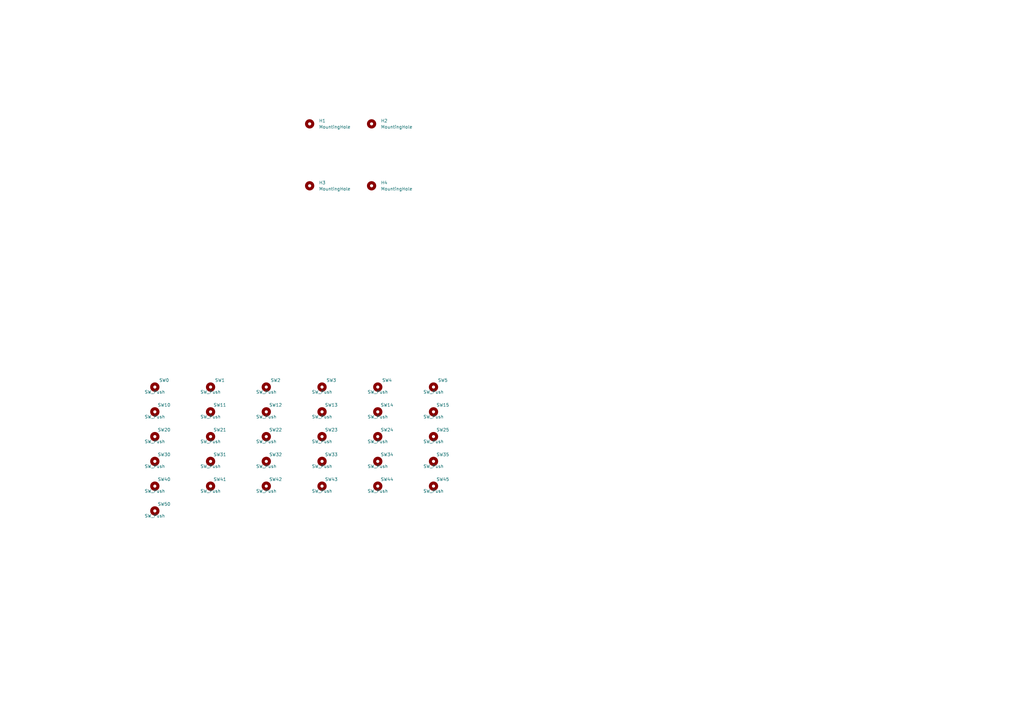
<source format=kicad_sch>
(kicad_sch (version 20210621) (generator eeschema)
  (paper "A3")
  (title_block (date "29 sep 2012"))
  (lib_symbols
    (symbol "Mechanical:MountingHole" (pin_names (offset 1.016))
      (property "Reference" "H" (at 0 5.08 0))
      (property "Value" "MountingHole" (at 0 3.175 0))
      (symbol "MountingHole_0_1"
        (circle (center 0 0) (radius 1.27) (stroke (width 1.27)))
      )
    )
  )
  (symbol (lib_id "Mechanical:MountingHole") (at 63.5 158.75 0) (unit 1)
    (property "Reference" "SW0" (at 67.31 155.956 0))
    (property "Value" "SW_Push" (at 63.5 160.782 0))
    (property "Footprint" "blackwing:CUTOUT_CHERRY_MX_1.00u" (effects hide))
  )
  (symbol (lib_id "Mechanical:MountingHole") (at 63.5 168.91 0) (unit 1)
    (property "Reference" "SW10" (at 67.31 166.116 0))
    (property "Value" "SW_Push" (at 63.5 170.942 0))
    (property "Footprint" "blackwing:CUTOUT_CHERRY_MX_1.00u" (effects hide))
  )
  (symbol (lib_id "Mechanical:MountingHole") (at 63.5 179.07 0) (unit 1)
    (property "Reference" "SW20" (at 67.31 176.276 0))
    (property "Value" "SW_Push" (at 63.5 181.102 0))
    (property "Footprint" "blackwing:CUTOUT_CHERRY_MX_1.00u" (effects hide))
  )
  (symbol (lib_id "Mechanical:MountingHole") (at 63.5 189.23 0) (unit 1)
    (property "Reference" "SW30" (at 67.31 186.436 0))
    (property "Value" "SW_Push" (at 63.5 191.262 0))
    (property "Footprint" "blackwing:CUTOUT_CHERRY_MX_1.00u" (effects hide))
  )
  (symbol (lib_id "Mechanical:MountingHole") (at 63.5 199.39 0) (unit 1)
    (property "Reference" "SW40" (at 67.31 196.596 0))
    (property "Value" "SW_Push" (at 63.5 201.422 0))
    (property "Footprint" "blackwing:CUTOUT_CHERRY_MX_1.00u" (effects hide))
  )
  (symbol (lib_id "Mechanical:MountingHole") (at 63.5 209.55 0) (unit 1)
    (property "Reference" "SW50" (at 67.31 206.756 0))
    (property "Value" "SW_Push" (at 63.5 211.582 0))
    (property "Footprint" "blackwing:CUTOUT_CHERRY_MX_1.50u" (effects hide))
  )
  (symbol (lib_id "Mechanical:MountingHole") (at 86.36 158.75 0) (unit 1)
    (property "Reference" "SW1" (at 90.17 155.956 0))
    (property "Value" "SW_Push" (at 86.36 160.782 0))
    (property "Footprint" "blackwing:CUTOUT_CHERRY_MX_1.00u" (effects hide))
  )
  (symbol (lib_id "Mechanical:MountingHole") (at 86.36 168.91 0) (unit 1)
    (property "Reference" "SW11" (at 90.17 166.116 0))
    (property "Value" "SW_Push" (at 86.36 170.942 0))
    (property "Footprint" "blackwing:CUTOUT_CHERRY_MX_1.00u" (effects hide))
  )
  (symbol (lib_id "Mechanical:MountingHole") (at 86.36 179.07 0) (unit 1)
    (property "Reference" "SW21" (at 90.17 176.276 0))
    (property "Value" "SW_Push" (at 86.36 181.102 0))
    (property "Footprint" "blackwing:CUTOUT_CHERRY_MX_1.00u" (effects hide))
  )
  (symbol (lib_id "Mechanical:MountingHole") (at 86.36 189.23 0) (unit 1)
    (property "Reference" "SW31" (at 90.17 186.436 0))
    (property "Value" "SW_Push" (at 86.36 191.262 0))
    (property "Footprint" "blackwing:CUTOUT_CHERRY_MX_1.00u" (effects hide))
  )
  (symbol (lib_id "Mechanical:MountingHole") (at 86.36 199.39 0) (unit 1)
    (property "Reference" "SW41" (at 90.17 196.596 0))
    (property "Value" "SW_Push" (at 86.36 201.422 0))
    (property "Footprint" "blackwing:CUTOUT_CHERRY_MX_1.00u" (effects hide))
  )
  (symbol (lib_id "Mechanical:MountingHole") (at 109.22 158.75 0) (unit 1)
    (property "Reference" "SW2" (at 113.03 155.956 0))
    (property "Value" "SW_Push" (at 109.22 160.782 0))
    (property "Footprint" "blackwing:CUTOUT_CHERRY_MX_1.00u" (effects hide))
  )
  (symbol (lib_id "Mechanical:MountingHole") (at 109.22 168.91 0) (unit 1)
    (property "Reference" "SW12" (at 113.03 166.116 0))
    (property "Value" "SW_Push" (at 109.22 170.942 0))
    (property "Footprint" "blackwing:CUTOUT_CHERRY_MX_1.00u" (effects hide))
  )
  (symbol (lib_id "Mechanical:MountingHole") (at 109.22 179.07 0) (unit 1)
    (property "Reference" "SW22" (at 113.03 176.276 0))
    (property "Value" "SW_Push" (at 109.22 181.102 0))
    (property "Footprint" "blackwing:CUTOUT_CHERRY_MX_1.00u" (effects hide))
  )
  (symbol (lib_id "Mechanical:MountingHole") (at 109.22 189.23 0) (unit 1)
    (property "Reference" "SW32" (at 113.03 186.436 0))
    (property "Value" "SW_Push" (at 109.22 191.262 0))
    (property "Footprint" "blackwing:CUTOUT_CHERRY_MX_1.00u" (effects hide))
  )
  (symbol (lib_id "Mechanical:MountingHole") (at 109.22 199.39 0) (unit 1)
    (property "Reference" "SW42" (at 113.03 196.596 0))
    (property "Value" "SW_Push" (at 109.22 201.422 0))
    (property "Footprint" "blackwing:CUTOUT_CHERRY_MX_1.00u" (effects hide))
  )
  (symbol (lib_id "Mechanical:MountingHole") (at 127 50.8 0) (unit 1)
    (property "Reference" "H1" (at 130.81 49.5299 0) (effects (justify left)))
    (property "Value" "MountingHole" (at 130.81 52.0699 0) (effects (justify left)))
    (property "Footprint" "MountingHole:MountingHole_3.2mm_M3" (effects hide))
  )
  (symbol (lib_id "Mechanical:MountingHole") (at 127 76.2 0) (unit 1)
    (property "Reference" "H3" (at 130.81 74.9299 0) (effects (justify left)))
    (property "Value" "MountingHole" (at 130.81 77.4699 0) (effects (justify left)))
    (property "Footprint" "MountingHole:MountingHole_3.2mm_M3" (effects hide))
  )
  (symbol (lib_id "Mechanical:MountingHole") (at 132.08 158.75 0) (unit 1)
    (property "Reference" "SW3" (at 135.89 155.956 0))
    (property "Value" "SW_Push" (at 132.08 160.782 0))
    (property "Footprint" "blackwing:CUTOUT_CHERRY_MX_1.00u" (effects hide))
  )
  (symbol (lib_id "Mechanical:MountingHole") (at 132.08 168.91 0) (unit 1)
    (property "Reference" "SW13" (at 135.89 166.116 0))
    (property "Value" "SW_Push" (at 132.08 170.942 0))
    (property "Footprint" "blackwing:CUTOUT_CHERRY_MX_1.00u" (effects hide))
  )
  (symbol (lib_id "Mechanical:MountingHole") (at 132.08 179.07 0) (unit 1)
    (property "Reference" "SW23" (at 135.89 176.276 0))
    (property "Value" "SW_Push" (at 132.08 181.102 0))
    (property "Footprint" "blackwing:CUTOUT_CHERRY_MX_1.00u" (effects hide))
  )
  (symbol (lib_id "Mechanical:MountingHole") (at 132.08 189.23 0) (unit 1)
    (property "Reference" "SW33" (at 135.89 186.436 0))
    (property "Value" "SW_Push" (at 132.08 191.262 0))
    (property "Footprint" "blackwing:CUTOUT_CHERRY_MX_1.00u" (effects hide))
  )
  (symbol (lib_id "Mechanical:MountingHole") (at 132.08 199.39 0) (unit 1)
    (property "Reference" "SW43" (at 135.89 196.596 0))
    (property "Value" "SW_Push" (at 132.08 201.422 0))
    (property "Footprint" "blackwing:CUTOUT_CHERRY_MX_1.25u" (effects hide))
  )
  (symbol (lib_id "Mechanical:MountingHole") (at 152.4 50.8 0) (unit 1)
    (property "Reference" "H2" (at 156.21 49.5299 0) (effects (justify left)))
    (property "Value" "MountingHole" (at 156.21 52.0699 0) (effects (justify left)))
    (property "Footprint" "MountingHole:MountingHole_3.2mm_M3" (effects hide))
  )
  (symbol (lib_id "Mechanical:MountingHole") (at 152.4 76.2 0) (unit 1)
    (property "Reference" "H4" (at 156.21 74.9299 0) (effects (justify left)))
    (property "Value" "MountingHole" (at 156.21 77.4699 0) (effects (justify left)))
    (property "Footprint" "MountingHole:MountingHole_3.2mm_M3" (effects hide))
  )
  (symbol (lib_id "Mechanical:MountingHole") (at 154.94 158.75 0) (unit 1)
    (property "Reference" "SW4" (at 158.75 155.956 0))
    (property "Value" "SW_Push" (at 154.94 160.782 0))
    (property "Footprint" "blackwing:CUTOUT_CHERRY_MX_1.00u" (effects hide))
  )
  (symbol (lib_id "Mechanical:MountingHole") (at 154.94 168.91 0) (unit 1)
    (property "Reference" "SW14" (at 158.75 166.116 0))
    (property "Value" "SW_Push" (at 154.94 170.942 0))
    (property "Footprint" "blackwing:CUTOUT_CHERRY_MX_1.00u" (effects hide))
  )
  (symbol (lib_id "Mechanical:MountingHole") (at 154.94 179.07 0) (unit 1)
    (property "Reference" "SW24" (at 158.75 176.276 0))
    (property "Value" "SW_Push" (at 154.94 181.102 0))
    (property "Footprint" "blackwing:CUTOUT_CHERRY_MX_1.00u" (effects hide))
  )
  (symbol (lib_id "Mechanical:MountingHole") (at 154.94 189.23 0) (unit 1)
    (property "Reference" "SW34" (at 158.75 186.436 0))
    (property "Value" "SW_Push" (at 154.94 191.262 0))
    (property "Footprint" "blackwing:CUTOUT_CHERRY_MX_1.00u" (effects hide))
  )
  (symbol (lib_id "Mechanical:MountingHole") (at 154.94 199.39 0) (unit 1)
    (property "Reference" "SW44" (at 158.75 196.596 0))
    (property "Value" "SW_Push" (at 154.94 201.422 0))
    (property "Footprint" "blackwing:CUTOUT_CHERRY_MX_1.00u" (effects hide))
  )
  (symbol (lib_id "Mechanical:MountingHole") (at 177.8 158.75 0) (unit 1)
    (property "Reference" "SW5" (at 181.61 155.956 0))
    (property "Value" "SW_Push" (at 177.8 160.782 0))
    (property "Footprint" "blackwing:CUTOUT_CHERRY_MX_1.00u" (effects hide))
  )
  (symbol (lib_id "Mechanical:MountingHole") (at 177.8 168.91 0) (unit 1)
    (property "Reference" "SW15" (at 181.61 166.116 0))
    (property "Value" "SW_Push" (at 177.8 170.942 0))
    (property "Footprint" "blackwing:CUTOUT_CHERRY_MX_1.00u" (effects hide))
  )
  (symbol (lib_id "Mechanical:MountingHole") (at 177.8 179.07 0) (unit 1)
    (property "Reference" "SW25" (at 181.61 176.276 0))
    (property "Value" "SW_Push" (at 177.8 181.102 0))
    (property "Footprint" "blackwing:CUTOUT_CHERRY_MX_1.00u" (effects hide))
  )
  (symbol (lib_id "Mechanical:MountingHole") (at 177.8 189.23 0) (unit 1)
    (property "Reference" "SW35" (at 181.61 186.436 0))
    (property "Value" "SW_Push" (at 177.8 191.262 0))
    (property "Footprint" "blackwing:CUTOUT_CHERRY_MX_1.00u" (effects hide))
  )
  (symbol (lib_id "Mechanical:MountingHole") (at 177.8 199.39 0) (unit 1)
    (property "Reference" "SW45" (at 181.61 196.596 0))
    (property "Value" "SW_Push" (at 177.8 201.422 0))
    (property "Footprint" "blackwing:CUTOUT_CHERRY_MX_1.25u" (effects hide))
  )
)
</source>
